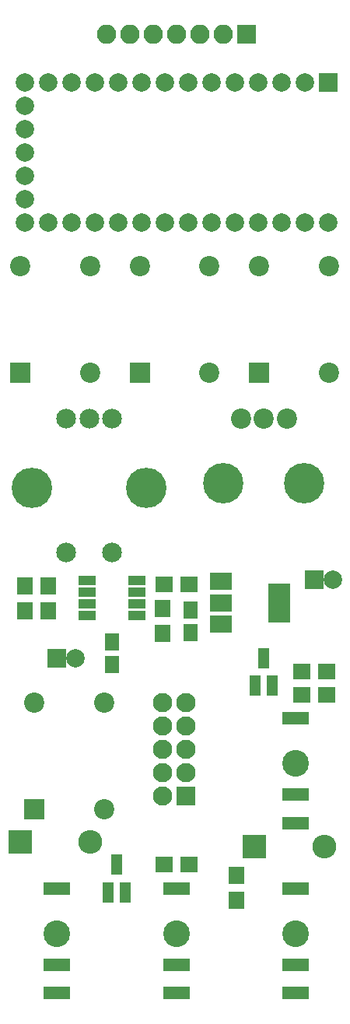
<source format=gbr>
G04 #@! TF.FileFunction,Soldermask,Top*
%FSLAX46Y46*%
G04 Gerber Fmt 4.6, Leading zero omitted, Abs format (unit mm)*
G04 Created by KiCad (PCBNEW 4.0.7) date 07/17/18 14:31:30*
%MOMM*%
%LPD*%
G01*
G04 APERTURE LIST*
%ADD10C,0.100000*%
%ADD11R,2.100000X2.100000*%
%ADD12C,2.100000*%
%ADD13C,2.200000*%
%ADD14R,2.200000X2.200000*%
%ADD15O,2.100000X2.100000*%
%ADD16C,2.150000*%
%ADD17O,4.400000X4.400000*%
%ADD18C,2.000000*%
%ADD19R,2.000000X2.000000*%
%ADD20C,4.400000*%
%ADD21R,2.600000X2.600000*%
%ADD22O,2.600000X2.600000*%
%ADD23R,1.900000X1.700000*%
%ADD24R,1.700000X1.900000*%
%ADD25R,1.200000X2.300000*%
%ADD26R,2.400000X4.200000*%
%ADD27R,2.400000X1.900000*%
%ADD28R,1.950000X1.000000*%
%ADD29R,1.650000X1.900000*%
%ADD30R,2.900000X1.400000*%
%ADD31C,2.900000*%
G04 APERTURE END LIST*
D10*
D11*
X124000000Y-135000000D03*
D12*
X121460000Y-135000000D03*
X124000000Y-132460000D03*
X121460000Y-132460000D03*
X124000000Y-129920000D03*
X121460000Y-129920000D03*
X124000000Y-127380000D03*
X121460000Y-127380000D03*
X124000000Y-124840000D03*
X121460000Y-124840000D03*
D13*
X115100000Y-136500000D03*
X115100000Y-124900000D03*
D14*
X107500000Y-136500000D03*
D13*
X107500000Y-124900000D03*
D11*
X130620000Y-52120000D03*
D15*
X128080000Y-52120000D03*
X125540000Y-52120000D03*
X123000000Y-52120000D03*
X120460000Y-52120000D03*
X117920000Y-52120000D03*
X115380000Y-52120000D03*
D13*
X126600000Y-89000000D03*
X126600000Y-77400000D03*
D14*
X119000000Y-89000000D03*
D13*
X119000000Y-77400000D03*
X113600000Y-89000000D03*
X113600000Y-77400000D03*
D14*
X106000000Y-89000000D03*
D13*
X106000000Y-77400000D03*
X139600000Y-89000000D03*
X139600000Y-77400000D03*
D14*
X132000000Y-89000000D03*
D13*
X132000000Y-77400000D03*
D16*
X111000000Y-94000000D03*
X116000000Y-94000000D03*
X113500000Y-94000000D03*
X116000000Y-108500000D03*
X111000000Y-108500000D03*
D17*
X119700000Y-101500000D03*
X107300000Y-101500000D03*
D18*
X106490000Y-65000000D03*
X106490000Y-67540000D03*
X106490000Y-70080000D03*
X106490000Y-72620000D03*
X106490000Y-62460000D03*
X106490000Y-59920000D03*
X106490000Y-57380000D03*
X109030000Y-72620000D03*
X111570000Y-72620000D03*
X114110000Y-72620000D03*
X116650000Y-72620000D03*
X119190000Y-72620000D03*
X121730000Y-72620000D03*
X124270000Y-72620000D03*
X126810000Y-72620000D03*
X129350000Y-72620000D03*
X131890000Y-72620000D03*
X134430000Y-72620000D03*
X136970000Y-72620000D03*
X139510000Y-72620000D03*
X109030000Y-57380000D03*
X111570000Y-57380000D03*
X114110000Y-57380000D03*
X116650000Y-57380000D03*
X119190000Y-57380000D03*
X121730000Y-57380000D03*
X124270000Y-57380000D03*
X126810000Y-57380000D03*
X129350000Y-57380000D03*
X131890000Y-57380000D03*
X134430000Y-57380000D03*
X136970000Y-57380000D03*
D19*
X139510000Y-57380000D03*
D13*
X130000000Y-94000000D03*
X132500000Y-94000000D03*
X135000000Y-94000000D03*
D20*
X128100000Y-101000000D03*
X136900000Y-101000000D03*
D21*
X131500000Y-140500000D03*
D22*
X139120000Y-140500000D03*
D21*
X106000000Y-140000000D03*
D22*
X113620000Y-140000000D03*
D19*
X138000000Y-111500000D03*
D18*
X140000000Y-111500000D03*
D19*
X110000000Y-120000000D03*
D18*
X112000000Y-120000000D03*
D23*
X121650000Y-142500000D03*
X124350000Y-142500000D03*
X136650000Y-124000000D03*
X139350000Y-124000000D03*
X136650000Y-121500000D03*
X139350000Y-121500000D03*
X124350000Y-112000000D03*
X121650000Y-112000000D03*
D24*
X106500000Y-114850000D03*
X106500000Y-112150000D03*
X121500000Y-117350000D03*
X121500000Y-114650000D03*
X109000000Y-114850000D03*
X109000000Y-112150000D03*
X129500000Y-146350000D03*
X129500000Y-143650000D03*
D25*
X115550000Y-145500000D03*
X117450000Y-145500000D03*
X116500000Y-142500000D03*
X131550000Y-123000000D03*
X133450000Y-123000000D03*
X132500000Y-120000000D03*
D26*
X134150000Y-114000000D03*
D27*
X127850000Y-114000000D03*
X127850000Y-116300000D03*
X127850000Y-111700000D03*
D28*
X118700000Y-115405000D03*
X118700000Y-114135000D03*
X118700000Y-112865000D03*
X118700000Y-111595000D03*
X113300000Y-111595000D03*
X113300000Y-112865000D03*
X113300000Y-114135000D03*
X113300000Y-115405000D03*
D29*
X116000000Y-118250000D03*
X116000000Y-120750000D03*
X124500000Y-117250000D03*
X124500000Y-114750000D03*
D30*
X123000000Y-145080000D03*
X123000000Y-153380000D03*
X123000000Y-156480000D03*
D31*
X123000000Y-150000000D03*
D30*
X136000000Y-145080000D03*
X136000000Y-153380000D03*
X136000000Y-156480000D03*
D31*
X136000000Y-150000000D03*
D30*
X136000000Y-126580000D03*
X136000000Y-134880000D03*
X136000000Y-137980000D03*
D31*
X136000000Y-131500000D03*
D30*
X110000000Y-145080000D03*
X110000000Y-153380000D03*
X110000000Y-156480000D03*
D31*
X110000000Y-150000000D03*
M02*

</source>
